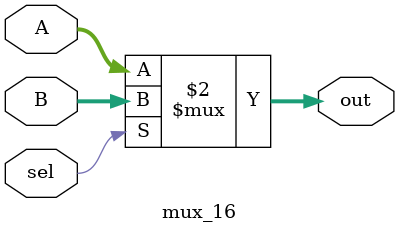
<source format=v>
`timescale 1ns / 1ps
module mux_16(A, B, sel, out); // a 2 to 1 16-bit multiplexer
	input [15:0] A, B;
	input sel;
	output reg [15:0] out;
	
	always @ (A or B or sel)
	begin
	out = (sel) ?B : A;
	end
endmodule

</source>
